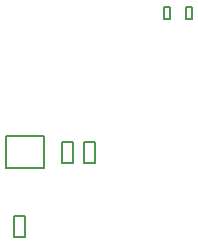
<source format=gbr>
%TF.GenerationSoftware,Altium Limited,Altium Designer,21.9.2 (33)*%
G04 Layer_Color=8388736*
%FSLAX45Y45*%
%MOMM*%
%TF.SameCoordinates,43275E26-CB7C-43E4-9740-FE9D7F4F9AB3*%
%TF.FilePolarity,Positive*%
%TF.FileFunction,Other,Top_3D_Body*%
%TF.Part,Single*%
G01*
G75*
%TA.AperFunction,NonConductor*%
%ADD60C,0.20000*%
D60*
X1750000Y1379725D02*
X2070000D01*
Y1109725D02*
Y1379725D01*
X1750000Y1109725D02*
X2070000D01*
X1750000D02*
Y1379725D01*
X3275000Y2370000D02*
Y2470000D01*
X3325000D01*
Y2370000D02*
Y2470000D01*
X3275000Y2370000D02*
X3325000D01*
X3142327D02*
Y2470000D01*
X3092327Y2370000D02*
X3142327D01*
X3092327D02*
Y2470000D01*
X3142327D01*
X2317075Y1152500D02*
Y1327500D01*
X2222075Y1152500D02*
X2317075D01*
X2222075D02*
Y1327500D01*
X2317075D01*
X2507500Y1152500D02*
Y1327500D01*
X2412500Y1152500D02*
X2507500D01*
X2412500D02*
Y1327500D01*
X2507500D01*
X1817925Y522500D02*
X1912925D01*
Y697500D01*
X1817925D02*
X1912925D01*
X1817925Y522500D02*
Y697500D01*
%TF.MD5,b87d8ba7ebfff2441bc4cd4c6f5b0e79*%
M02*

</source>
